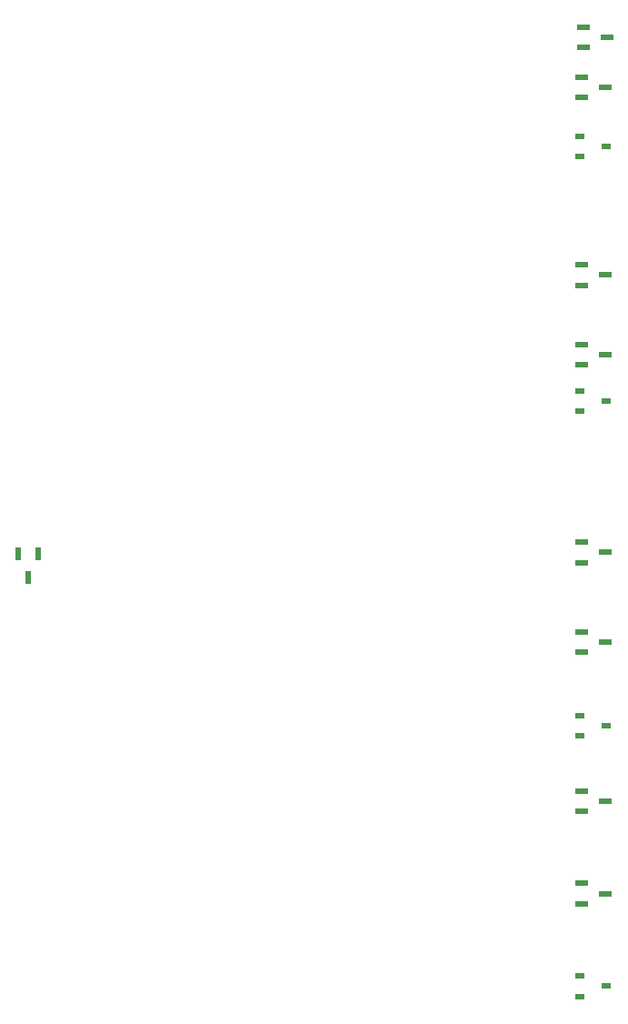
<source format=gbr>
%TF.GenerationSoftware,KiCad,Pcbnew,(6.0.7)*%
%TF.CreationDate,2022-12-24T23:10:44-08:00*%
%TF.ProjectId,ControlBoard,436f6e74-726f-46c4-926f-6172642e6b69,rev?*%
%TF.SameCoordinates,Original*%
%TF.FileFunction,Paste,Top*%
%TF.FilePolarity,Positive*%
%FSLAX46Y46*%
G04 Gerber Fmt 4.6, Leading zero omitted, Abs format (unit mm)*
G04 Created by KiCad (PCBNEW (6.0.7)) date 2022-12-24 23:10:44*
%MOMM*%
%LPD*%
G01*
G04 APERTURE LIST*
%ADD10R,0.850000X0.600000*%
%ADD11R,1.200000X0.600000*%
%ADD12R,0.600000X1.200000*%
G04 APERTURE END LIST*
D10*
%TO.C,IC4*%
X227710000Y-122460000D03*
X227710000Y-124360000D03*
X230210000Y-123410000D03*
%TD*%
%TO.C,IC3*%
X227710000Y-98190000D03*
X227710000Y-100090000D03*
X230210000Y-99140000D03*
%TD*%
%TO.C,IC2*%
X227710000Y-67990000D03*
X227710000Y-69890000D03*
X230210000Y-68940000D03*
%TD*%
%TO.C,IC1*%
X227710000Y-44290000D03*
X227710000Y-46190000D03*
X230210000Y-45240000D03*
%TD*%
D11*
%TO.C,Q12*%
X227860000Y-105250000D03*
X227860000Y-107150000D03*
X230060000Y-106200000D03*
%TD*%
%TO.C,Q10*%
X227860000Y-82080000D03*
X227860000Y-83980000D03*
X230060000Y-83030000D03*
%TD*%
%TO.C,Q9*%
X227860000Y-113850000D03*
X227860000Y-115750000D03*
X230060000Y-114800000D03*
%TD*%
%TO.C,Q8*%
X227860000Y-90420000D03*
X227860000Y-92320000D03*
X230060000Y-91370000D03*
%TD*%
%TO.C,Q6*%
X227860000Y-56250000D03*
X227860000Y-58150000D03*
X230060000Y-57200000D03*
%TD*%
%TO.C,Q4*%
X227860000Y-63650000D03*
X227860000Y-65550000D03*
X230060000Y-64600000D03*
%TD*%
%TO.C,Q3*%
X227860000Y-38770000D03*
X227860000Y-40670000D03*
X230060000Y-39720000D03*
%TD*%
%TO.C,Q2*%
X228020000Y-34130000D03*
X228020000Y-36030000D03*
X230220000Y-35080000D03*
%TD*%
D12*
%TO.C,Q1*%
X177290000Y-83190000D03*
X175390000Y-83190000D03*
X176340000Y-85390000D03*
%TD*%
M02*

</source>
